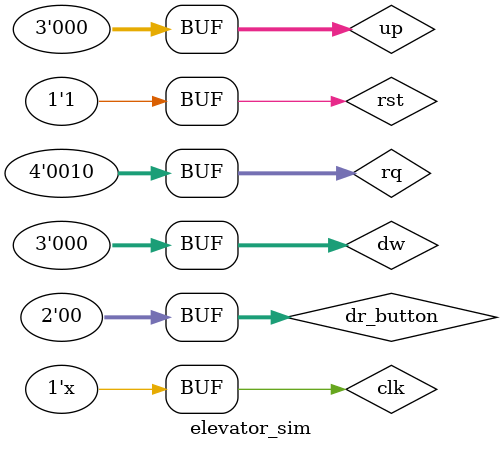
<source format=v>
`timescale 1ns / 1ps
`include "constant.vh"

module elevator_sim();
reg rst = 0;
reg clk = 0;
always #10 clk = ~clk;

reg [2: 0] up;
reg [3: 1] dw;
reg [3: 0] rq;
reg [1: 0] dr_button;
wire [1: 0] floor;
wire [1: 0] state;
wire [1: 0] dr;
wire [3: 0] process_ten;
wire [3: 0] process_one;
wire timer_clk;
timer tm(rst, clk, timer_clk);

elevator el(
    rst, clk, clk,
    up, dw, rq, dr_button,
    dr, floor, state,
    process_ten, process_one
);

initial
begin
    {up, dw, rq, dr_button} = {3'b000, 3'b000, 4'b0000, 2'b00};
    #10 rst = 1;
    #100
    {up, dw, rq, dr_button} = {3'b000, 3'b000, 4'b0010, 2'b00};
end

endmodule

</source>
